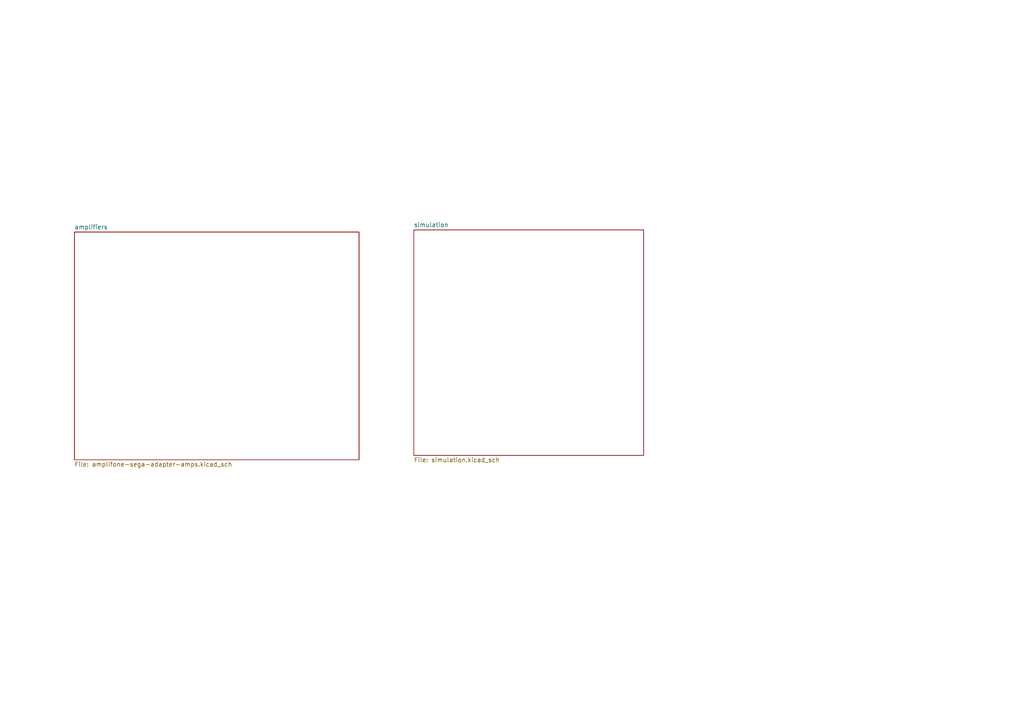
<source format=kicad_sch>
(kicad_sch
	(version 20231120)
	(generator "eeschema")
	(generator_version "8.0")
	(uuid "ccee1985-eeba-4cda-9190-f5323ae79654")
	(paper "A4")
	(lib_symbols)
	(sheet
		(at 120.015 66.675)
		(size 66.675 65.405)
		(fields_autoplaced yes)
		(stroke
			(width 0.1524)
			(type solid)
		)
		(fill
			(color 0 0 0 0.0000)
		)
		(uuid "27f55845-fff7-4302-a59f-1021602aa815")
		(property "Sheetname" "simulation"
			(at 120.015 65.9634 0)
			(effects
				(font
					(size 1.27 1.27)
				)
				(justify left bottom)
			)
		)
		(property "Sheetfile" "simulation.kicad_sch"
			(at 120.015 132.6646 0)
			(effects
				(font
					(size 1.27 1.27)
				)
				(justify left top)
			)
		)
		(instances
			(project "amplifone-sega-adapter"
				(path "/ccee1985-eeba-4cda-9190-f5323ae79654"
					(page "3")
				)
			)
		)
	)
	(sheet
		(at 21.59 67.31)
		(size 82.55 66.04)
		(fields_autoplaced yes)
		(stroke
			(width 0.1524)
			(type solid)
		)
		(fill
			(color 0 0 0 0.0000)
		)
		(uuid "7083b559-78e5-4602-9c81-54905dbbac60")
		(property "Sheetname" "amplifiers"
			(at 21.59 66.5984 0)
			(effects
				(font
					(size 1.27 1.27)
				)
				(justify left bottom)
			)
		)
		(property "Sheetfile" "amplifone-sega-adapter-amps.kicad_sch"
			(at 21.59 133.9346 0)
			(effects
				(font
					(size 1.27 1.27)
				)
				(justify left top)
			)
		)
		(instances
			(project "amplifone-sega-adapter"
				(path "/ccee1985-eeba-4cda-9190-f5323ae79654"
					(page "3")
				)
			)
		)
	)
	(sheet_instances
		(path "/"
			(page "1")
		)
	)
)

</source>
